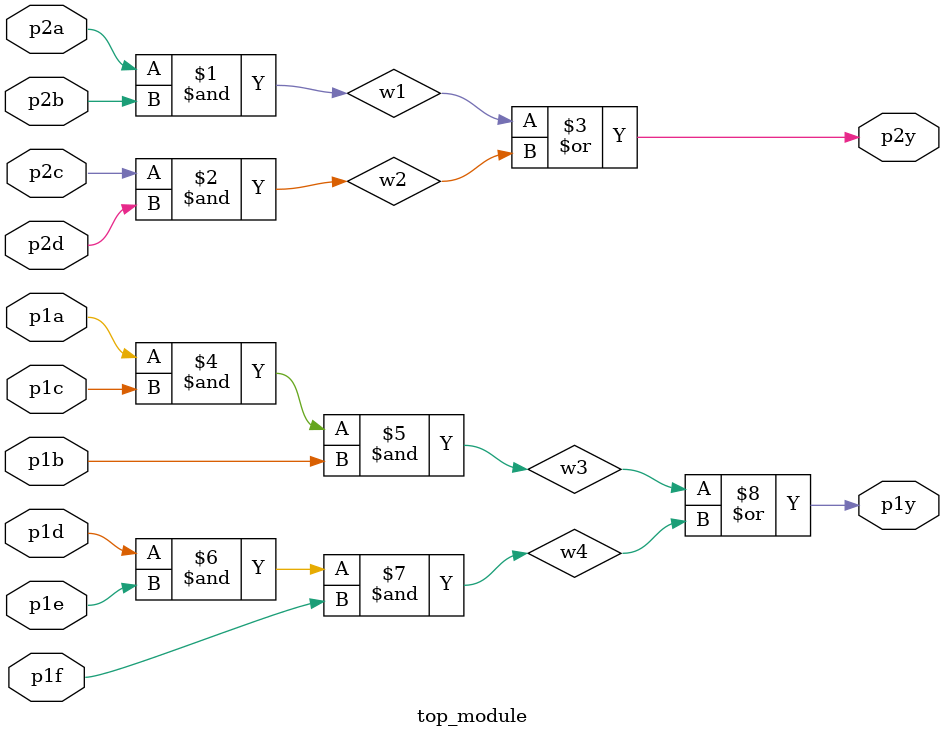
<source format=v>
module top_module ( 
    input p1a, p1b, p1c, p1d, p1e, p1f,
    output p1y,
    input p2a, p2b, p2c, p2d,
    output p2y );
    wire w1,w2,w3,w4;
    assign w1=p2a&p2b;
    assign w2=p2c&p2d;
    assign p2y=w1|w2;
    assign w3=p1a&p1c&p1b;
    assign w4=p1d&p1e&p1f;
    assign p1y=w3|w4;

endmodule

</source>
